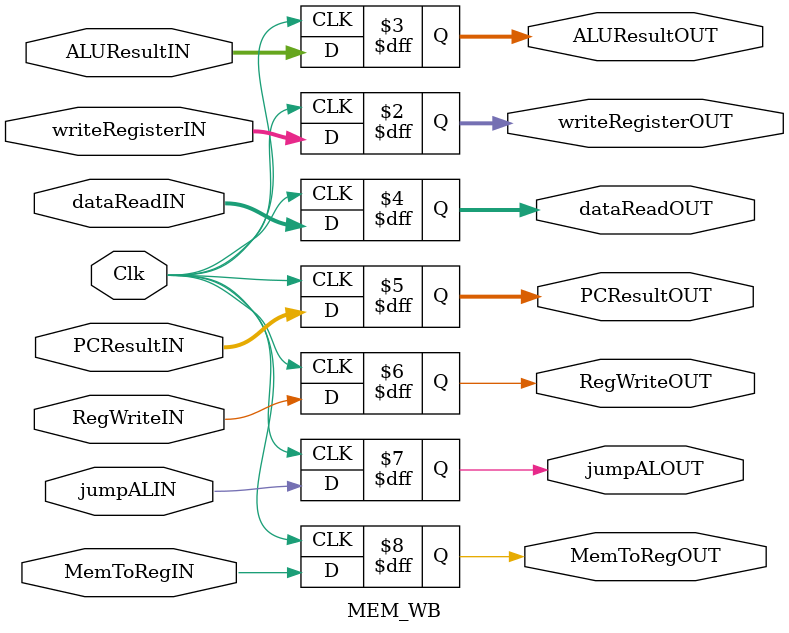
<source format=v>
module MEM_WB(ALUResultIN, ALUResultOUT, dataReadIN, dataReadOUT, writeRegisterIN, writeRegisterOUT, PCResultIN, PCResultOUT,
RegWriteIN, MemToRegIN, jumpALIN, 
RegWriteOUT, MemToRegOUT, jumpALOUT, Clk);

input Clk;
input [31:0] ALUResultIN, dataReadIN, PCResultIN;
input [4:0] writeRegisterIN;
output reg [4:0] writeRegisterOUT;
output reg [31:0] ALUResultOUT, dataReadOUT, PCResultOUT;

  // controller inputs
  input RegWriteIN, jumpALIN, MemToRegIN;

  // controller outputs
  output reg RegWriteOUT, jumpALOUT, MemToRegOUT;

always@(posedge Clk) begin
ALUResultOUT <= ALUResultIN;
dataReadOUT <= dataReadIN;
writeRegisterOUT <= writeRegisterIN;
PCResultOUT <= PCResultIN;

RegWriteOUT <= RegWriteIN;
jumpALOUT <= jumpALIN;
MemToRegOUT <= MemToRegIN;
end
endmodule
</source>
